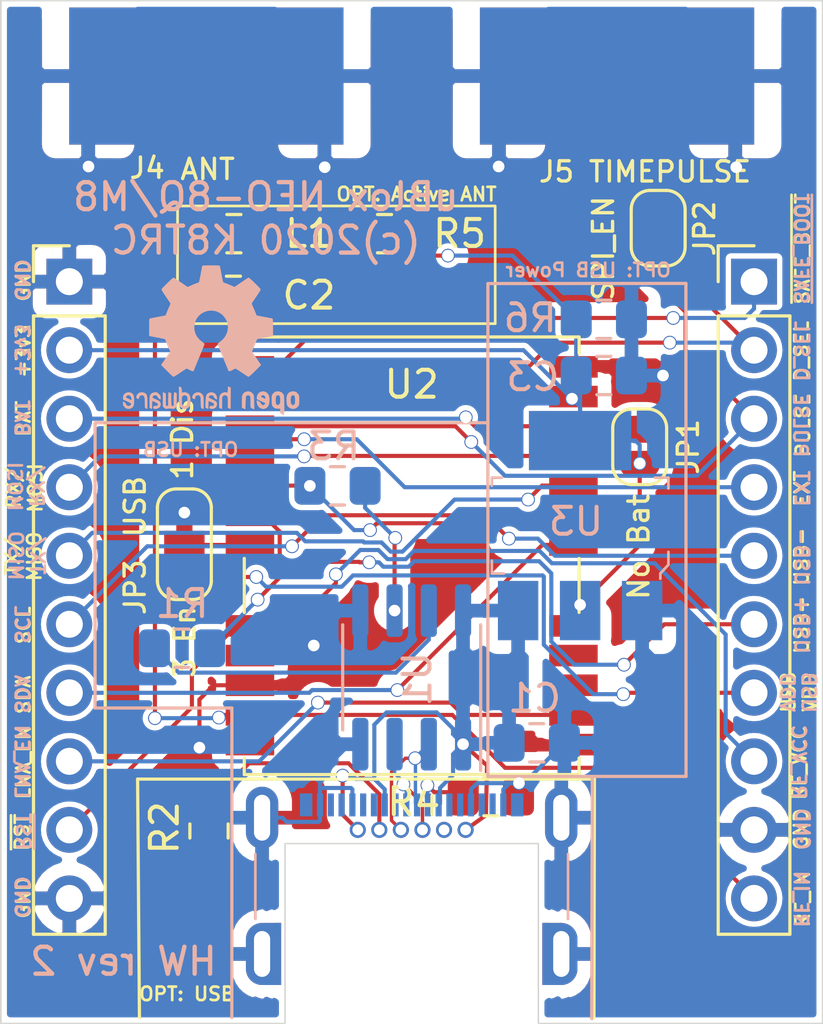
<source format=kicad_pcb>
(kicad_pcb (version 20171130) (host pcbnew "(5.1.4-0-10_14)")
  (title_block (title "uBlox NEO-8Q and NEO-M8 module adapter") (date 2020-02-24) (rev 2) (company K8TRC))
  (layers (0 F.Cu signal hide) (31 B.Cu signal hide) (34 B.Paste user hide) (35 F.Paste user hide) (36 B.SilkS user) (37 F.SilkS user) (38 B.Mask user hide) (39 F.Mask user hide) (44 Edge.Cuts user))
  (net 0 "")
  (net 1 GND)
  (net 2 VBUS)
  (net 3 "Net-(C2-Pad1)")
  (net 4 +3V3)
  (net 5 "Net-(J1-Pad9)")
  (net 6 "Net-(J1-Pad8)")
  (net 7 "Net-(J1-Pad7)")
  (net 8 "Net-(J1-Pad6)")
  (net 9 "Net-(J1-Pad5)")
  (net 10 "Net-(J1-Pad4)")
  (net 11 "Net-(J1-Pad3)")
  (net 12 "Net-(J2-PadB2)")
  (net 13 "Net-(J2-PadB3)")
  (net 14 "Net-(J2-PadA11)")
  (net 15 "Net-(J2-PadA10)")
  (net 16 "Net-(J2-PadA8)")
  (net 17 /USB_N)
  (net 18 /USB_P)
  (net 19 "Net-(J2-PadA5)")
  (net 20 "Net-(J2-PadA3)")
  (net 21 "Net-(J2-PadA2)")
  (net 22 "Net-(J2-PadB10)")
  (net 23 "Net-(J2-PadB11)")
  (net 24 "Net-(J2-PadB5)")
  (net 25 "Net-(J2-PadB8)")
  (net 26 "Net-(J3-Pad10)")
  (net 27 "Net-(J3-Pad8)")
  (net 28 "Net-(J3-Pad7)")
  (net 29 "Net-(J3-Pad6)")
  (net 30 "Net-(J3-Pad5)")
  (net 31 "Net-(J3-Pad4)")
  (net 32 "Net-(J3-Pad3)")
  (net 33 "Net-(J3-Pad2)")
  (net 34 "Net-(J3-Pad1)")
  (net 35 "Net-(JP3-Pad2)")
  (net 36 "Net-(R1-Pad2)")
  (net 37 "Net-(R3-Pad2)")
  (net 38 "Net-(U2-Pad17)")
  (net 39 "Net-(U2-Pad16)")
  (net 40 "Net-(U2-Pad15)")
  (module Symbol:OSHW-Logo2_7.3x6mm_SilkScreen (layer B.Cu) (at 152.5778 96.139 180)
    (fp_text reference REF** hide)
    (fp_text value OSHW-Logo2_7.3x6mm_SilkScreen hide)
  )
  (module Jumper:SolderJumper-3_P1.3mm_Bridged12_RoundedPad1.0x1.5mm_NumberLabels (layer F.Cu) (at 151.5872 103.7128 270)
    (fp_text reference JP3 (at 1.59306 1.8288 90) (layer F.SilkS) (effects (font (size 0.75 0.75) (thickness 0.125))))
    (fp_text value USB (at -1.39652 1.8288 90) (layer F.SilkS) (effects (font (size 0.75 0.75) (thickness 0.125))))
    (fp_poly (pts (xy -0.9 -0.3) (xy -0.4 -0.3) (xy -0.4 0.3) (xy -0.9 0.3)) (layer F.Cu) (width 0))
    (fp_text user "1 Dis" (at -3.89842 0.07112 90) (layer F.SilkS) (effects (font (size 0.75 0.75) (thickness 0.125))))
    (fp_text user "3 En" (at 3.61998 -0.01524 90) (layer F.SilkS) (effects (font (size 0.75 0.75) (thickness 0.125))))
    (pad 1 smd custom (at -1.3 0 270) (size 1 0.5) (layers F.Cu F.Mask) (net 1 GND) (options (clearance outline) (anchor rect)) (primitives (gr_poly (pts (xy 0.55 -0.75) (xy 0 -0.75) (xy 0 0.75) (xy 0.55 0.75)) (width 0)) (gr_circle (center 0 0.25) (end 0.5 0.25) (width 0)) (gr_circle (center 0 -0.25) (end 0.5 -0.25) (width 0))))
    (pad 2 smd rect (at 0 0 270) (size 1 1.5) (layers F.Cu F.Mask) (net 35 "Net-(JP3-Pad2)"))
    (pad 3 smd custom (at 1.3 0 270) (size 1 0.5) (layers F.Cu F.Mask) (net 28 "Net-(J3-Pad7)") (options (clearance outline) (anchor rect)) (primitives (gr_circle (center 0 0.25) (end 0.5 0.25) (width 0)) (gr_circle (center 0 -0.25) (end 0.5 -0.25) (width 0)) (gr_poly (pts (xy -0.55 -0.75) (xy 0 -0.75) (xy 0 0.75) (xy -0.55 0.75)) (width 0))))
  )
  (module digikey-footprints:SOT-223 (layer B.Cu) (at 166.2684 103.0224 180)
    (fp_text reference U3 (at 0.1524 0.1524) (layer B.SilkS) (effects (justify mirror)))
    (fp_text value LD1117S33CTR)
    (pad 4 smd rect (at 0 3.15 180) (size 3.8 2.2) (layers B.Cu B.Paste B.Mask) (net 4 +3V3))
    (pad 1 smd rect (at -2.3 -3.15 180) (size 1.5 2.2) (layers B.Cu B.Paste B.Mask) (net 1 GND))
    (pad 2 smd rect (at 0 -3.15 180) (size 1.5 2.2) (layers B.Cu B.Paste B.Mask) (net 4 +3V3))
    (pad 3 smd rect (at 2.3 -3.15 180) (size 1.5 2.2) (layers B.Cu B.Paste B.Mask) (net 2 VBUS))
  )
  (module RF_GPS:ublox_NEO (layer F.Cu) (at 160.02 104.14)
    (fp_text reference U2 (at 0 -6.35) (layer F.SilkS))
    (fp_text value NEO-8Q)
    (pad 24 smd rect (at 6 -7) (size 1.8 0.8) (layers F.Cu F.Paste F.Mask) (net 1 GND))
    (pad 23 connect rect (at 6 -5.9) (size 1.8 0.8) (layers F.Cu F.Mask) (net 4 +3V3))
    (pad 22 smd rect (at 6 -4.8) (size 1.8 0.8) (layers F.Cu F.Paste F.Mask) (net 11 "Net-(J1-Pad3)"))
    (pad 21 smd rect (at 6 -3.7) (size 1.8 0.8) (layers F.Cu F.Paste F.Mask) (net 10 "Net-(J1-Pad4)"))
    (pad 20 smd rect (at 6 -2.6) (size 1.8 0.8) (layers F.Cu F.Paste F.Mask) (net 9 "Net-(J1-Pad5)"))
    (pad 19 smd rect (at 6 -1.5) (size 1.8 0.8) (layers F.Cu F.Paste F.Mask) (net 8 "Net-(J1-Pad6)"))
    (pad 18 smd rect (at 6 -0.4) (size 1.8 0.8) (layers F.Cu F.Paste F.Mask) (net 7 "Net-(J1-Pad7)"))
    (pad 17 smd rect (at 6 2.6) (size 1.8 0.8) (layers F.Cu F.Paste F.Mask) (net 38 "Net-(U2-Pad17)"))
    (pad 16 smd rect (at 6 3.7) (size 1.8 0.8) (layers F.Cu F.Paste F.Mask) (net 39 "Net-(U2-Pad16)"))
    (pad 15 smd rect (at 6 4.8) (size 1.8 0.8) (layers F.Cu F.Paste F.Mask) (net 40 "Net-(U2-Pad15)"))
    (pad 14 smd rect (at 6 5.9) (size 1.8 0.8) (layers F.Cu F.Paste F.Mask) (net 6 "Net-(J1-Pad8)"))
    (pad 13 smd rect (at 6 7) (size 1.8 0.8) (layers F.Cu F.Paste F.Mask) (net 1 GND))
    (pad 12 smd rect (at -6 7) (size 1.8 0.8) (layers F.Cu F.Paste F.Mask) (net 1 GND))
    (pad 11 smd rect (at -6 5.9) (size 1.8 0.8) (layers F.Cu F.Paste F.Mask) (net 26 "Net-(J3-Pad10)"))
    (pad 10 smd rect (at -6 4.8) (size 1.8 0.8) (layers F.Cu F.Paste F.Mask) (net 1 GND))
    (pad 9 smd rect (at -6 3.7) (size 1.8 0.8) (layers F.Cu F.Paste F.Mask) (net 27 "Net-(J3-Pad8)"))
    (pad 8 smd rect (at -6 2.6) (size 1.8 0.8) (layers F.Cu F.Paste F.Mask) (net 5 "Net-(J1-Pad9)"))
    (pad 7 smd rect (at -6 -0.4) (size 1.8 0.8) (layers F.Cu F.Paste F.Mask) (net 35 "Net-(JP3-Pad2)"))
    (pad 6 smd rect (at -6 -1.5) (size 1.8 0.8) (layers F.Cu F.Paste F.Mask) (net 29 "Net-(J3-Pad6)"))
    (pad 5 smd rect (at -6 -2.6) (size 1.8 0.8) (layers F.Cu F.Paste F.Mask) (net 30 "Net-(J3-Pad5)"))
    (pad 4 smd rect (at -6 -3.7) (size 1.8 0.8) (layers F.Cu F.Paste F.Mask) (net 31 "Net-(J3-Pad4)"))
    (pad 3 smd rect (at -6 -4.8) (size 1.8 0.8) (layers F.Cu F.Paste F.Mask) (net 32 "Net-(J3-Pad3)"))
    (pad 2 smd rect (at -6 -5.9) (size 1.8 0.8) (layers F.Cu F.Paste F.Mask) (net 33 "Net-(J3-Pad2)"))
    (pad 1 smd rect (at -6 -7) (size 1.8 0.8) (layers F.Cu F.Paste F.Mask) (net 34 "Net-(J3-Pad1)"))
  )
  (module Package_SO:SOIC-8_3.9x4.9mm_P1.27mm (layer B.Cu) (at 160.02 108.65 90)
    (fp_text reference U1 (at -0.062 0.2032 90) (layer B.SilkS) (effects (justify mirror)))
    (fp_text value USB6B1)
    (pad 8 smd roundrect (at 2.475 1.905 90) (size 1.95 0.6) (layers B.Cu B.Paste B.Mask) (net 2 VBUS))
    (pad 7 smd roundrect (at 2.475 0.635 90) (size 1.95 0.6) (layers B.Cu B.Paste B.Mask) (net 36 "Net-(R1-Pad2)"))
    (pad 6 smd roundrect (at 2.475 -0.635 90) (size 1.95 0.6) (layers B.Cu B.Paste B.Mask) (net 37 "Net-(R3-Pad2)"))
    (pad 5 smd roundrect (at 2.475 -1.905 90) (size 1.95 0.6) (layers B.Cu B.Paste B.Mask) (net 1 GND))
    (pad 4 smd roundrect (at -2.475 -1.905 90) (size 1.95 0.6) (layers B.Cu B.Paste B.Mask) (net 1 GND))
    (pad 3 smd roundrect (at -2.475 -0.635 90) (size 1.95 0.6) (layers B.Cu B.Paste B.Mask) (net 17 /USB_N))
    (pad 2 smd roundrect (at -2.475 0.635 90) (size 1.95 0.6) (layers B.Cu B.Paste B.Mask) (net 18 /USB_P))
    (pad 1 smd roundrect (at -2.475 1.905 90) (size 1.95 0.6) (layers B.Cu B.Paste B.Mask) (net 2 VBUS))
  )
  (module Resistor_SMD:R_0805_2012Metric_Pad1.15x1.40mm_HandSolder (layer B.Cu) (at 167.1484 95.377 180)
    (fp_text reference R6 (at 2.7342 0.0508) (layer B.SilkS) (effects (justify mirror)))
    (fp_text value 100k)
    (pad 2 smd roundrect (at 1.025 0 180) (size 1.15 1.4) (layers B.Cu B.Paste B.Mask) (roundrect_rratio 0.217391) (net 4 +3V3))
    (pad 1 smd roundrect (at -1.025 0 180) (size 1.15 1.4) (layers B.Cu B.Paste B.Mask) (roundrect_rratio 0.217391) (net 1 GND))
  )
  (module Resistor_SMD:R_0805_2012Metric_Pad1.15x1.40mm_HandSolder (layer F.Cu) (at 159.013 92.202)
    (fp_text reference R5 (at 2.785 0) (layer F.SilkS))
    (fp_text value 10)
    (pad 2 smd roundrect (at 1.025 0) (size 1.15 1.4) (layers F.Cu F.Paste F.Mask) (roundrect_rratio 0.217391) (net 4 +3V3))
    (pad 1 smd roundrect (at -1.025 0) (size 1.15 1.4) (layers F.Cu F.Paste F.Mask) (roundrect_rratio 0.217391) (net 3 "Net-(C2-Pad1)"))
  )
  (module Resistor_SMD:R_0805_2012Metric_Pad1.15x1.40mm_HandSolder (layer F.Cu) (at 162.9574 113.0681 180)
    (fp_text reference R4 (at 2.8612 -0.1905) (layer F.SilkS))
    (fp_text value 5.1k)
    (pad 2 smd roundrect (at 1.025 0 180) (size 1.15 1.4) (layers F.Cu F.Paste F.Mask) (roundrect_rratio 0.217391) (net 19 "Net-(J2-PadA5)"))
    (pad 1 smd roundrect (at -1.025 0 180) (size 1.15 1.4) (layers F.Cu F.Paste F.Mask) (roundrect_rratio 0.217391) (net 1 GND))
  )
  (module Resistor_SMD:R_0805_2012Metric_Pad1.15x1.40mm_HandSolder (layer B.Cu) (at 157.2678 101.5492)
    (fp_text reference R3 (at -0.1434 -1.4732) (layer B.SilkS) (effects (justify mirror)))
    (fp_text value 27)
    (pad 2 smd roundrect (at 1.025 0) (size 1.15 1.4) (layers B.Cu B.Paste B.Mask) (roundrect_rratio 0.217391) (net 37 "Net-(R3-Pad2)"))
    (pad 1 smd roundrect (at -1.025 0) (size 1.15 1.4) (layers B.Cu B.Paste B.Mask) (roundrect_rratio 0.217391) (net 30 "Net-(J3-Pad5)"))
  )
  (module Resistor_SMD:R_0805_2012Metric_Pad1.15x1.40mm_HandSolder (layer F.Cu) (at 152.5016 114.3418 270)
    (fp_text reference R2 (at -0.118 1.651 270) (layer F.SilkS))
    (fp_text value 5.1k)
    (pad 2 smd roundrect (at 1.025 0 270) (size 1.15 1.4) (layers F.Cu F.Paste F.Mask) (roundrect_rratio 0.217391) (net 1 GND))
    (pad 1 smd roundrect (at -1.025 0 270) (size 1.15 1.4) (layers F.Cu F.Paste F.Mask) (roundrect_rratio 0.217391) (net 24 "Net-(J2-PadB5)"))
  )
  (module Resistor_SMD:R_0805_2012Metric_Pad1.15x1.40mm_HandSolder (layer B.Cu) (at 151.502 107.569 180)
    (fp_text reference R1 (at 0 1.65) (layer B.SilkS) (effects (justify mirror)))
    (fp_text value 27)
    (pad 2 smd roundrect (at 1.025 0 180) (size 1.15 1.4) (layers B.Cu B.Paste B.Mask) (roundrect_rratio 0.217391) (net 36 "Net-(R1-Pad2)"))
    (pad 1 smd roundrect (at -1.025 0 180) (size 1.15 1.4) (layers B.Cu B.Paste B.Mask) (roundrect_rratio 0.217391) (net 29 "Net-(J3-Pad6)"))
  )
  (module Inductor_SMD:L_0805_2012Metric_Pad1.15x1.40mm_HandSolder (layer F.Cu) (at 153.425 92.202 180)
    (fp_text reference L1 (at -2.785 0) (layer F.SilkS))
    (fp_text value 27n)
    (pad 2 smd roundrect (at 1.025 0 180) (size 1.15 1.4) (layers F.Cu F.Paste F.Mask) (roundrect_rratio 0.217391) (net 26 "Net-(J3-Pad10)"))
    (pad 1 smd roundrect (at -1.025 0 180) (size 1.15 1.4) (layers F.Cu F.Paste F.Mask) (roundrect_rratio 0.217391) (net 3 "Net-(C2-Pad1)"))
  )
  (module Jumper:SolderJumper-2_P1.3mm_Open_RoundedPad1.0x1.5mm (layer F.Cu) (at 169.164 91.9988 90)
    (fp_text reference JP2 (at -0.0127 1.71958 90) (layer F.SilkS) (effects (font (size 0.75 0.75) (thickness 0.125))))
    (fp_text value SPI_EN (at -0.74676 -2.032 90) (layer F.SilkS) (effects (font (size 0.75 0.75) (thickness 0.125))))
    (pad 2 smd custom (at 0.65 0 90) (size 1 0.5) (layers F.Cu F.Mask) (net 1 GND) (options (clearance outline) (anchor rect)) (primitives (gr_circle (center 0 0.25) (end 0.5 0.25) (width 0)) (gr_circle (center 0 -0.25) (end 0.5 -0.25) (width 0)) (gr_poly (pts (xy 0 -0.75) (xy -0.5 -0.75) (xy -0.5 0.75) (xy 0 0.75)) (width 0))))
    (pad 1 smd custom (at -0.65 0 90) (size 1 0.5) (layers F.Cu F.Mask) (net 33 "Net-(J3-Pad2)") (options (clearance outline) (anchor rect)) (primitives (gr_circle (center 0 0.25) (end 0.5 0.25) (width 0)) (gr_circle (center 0 -0.25) (end 0.5 -0.25) (width 0)) (gr_poly (pts (xy 0 -0.75) (xy 0.5 -0.75) (xy 0.5 0.75) (xy 0 0.75)) (width 0))))
  )
  (module Jumper:SolderJumper-2_P1.3mm_Open_RoundedPad1.0x1.5mm (layer F.Cu) (at 168.4782 100.1014 270)
    (fp_text reference JP1 (at 0 -1.8 90) (layer F.SilkS) (effects (font (size 0.75 0.75) (thickness 0.125))))
    (fp_text value "No Bat" (at 3.71094 0.03302 90) (layer F.SilkS) (effects (font (size 0.75 0.75) (thickness 0.125))))
    (pad 2 smd custom (at 0.65 0 270) (size 1 0.5) (layers F.Cu F.Mask) (net 4 +3V3) (options (clearance outline) (anchor rect)) (primitives (gr_circle (center 0 0.25) (end 0.5 0.25) (width 0)) (gr_circle (center 0 -0.25) (end 0.5 -0.25) (width 0)) (gr_poly (pts (xy 0 -0.75) (xy -0.5 -0.75) (xy -0.5 0.75) (xy 0 0.75)) (width 0))))
    (pad 1 smd custom (at -0.65 0 270) (size 1 0.5) (layers F.Cu F.Mask) (net 11 "Net-(J1-Pad3)") (options (clearance outline) (anchor rect)) (primitives (gr_circle (center 0 0.25) (end 0.5 0.25) (width 0)) (gr_circle (center 0 -0.25) (end 0.5 -0.25) (width 0)) (gr_poly (pts (xy 0 -0.75) (xy 0.5 -0.75) (xy 0.5 0.75) (xy 0 0.75)) (width 0))))
  )
  (module digikey-footprints:RF_SMA_BoardEdge_142-0701-801 (layer F.Cu) (at 167.64 83.82)
    (fp_text reference J5 (at -2.24536 6.08838 180) (layer F.SilkS) (effects (font (size 0.75 0.75) (thickness 0.125))))
    (fp_text value TIMEPULSE (at 1.96342 6.08838 180) (layer F.SilkS) (effects (font (size 0.75 0.75) (thickness 0.125))))
    (pad 2 smd rect (at -4.3815 2.54) (size 3.413 5.08) (drill (offset 1 0)) (layers B.Cu B.Paste B.Mask) (net 1 GND))
    (pad 2 smd rect (at 4.3815 2.54) (size 3.413 5.08) (drill (offset -1 0)) (layers B.Cu B.Paste B.Mask) (net 1 GND))
    (pad 2 smd rect (at 4.3815 2.54) (size 3.413 5.08) (drill (offset -1 0)) (layers F.Cu F.Paste F.Mask) (net 1 GND))
    (pad 1 smd rect (at 0 2.54) (size 2.286 5.08) (layers F.Cu F.Paste F.Mask) (net 32 "Net-(J3-Pad3)"))
    (pad 2 smd rect (at -4.3815 2.54) (size 3.413 5.08) (drill (offset 1 0)) (layers F.Cu F.Paste F.Mask) (net 1 GND))
  )
  (module digikey-footprints:RF_SMA_BoardEdge_142-0701-801 (layer F.Cu) (at 152.4 83.82)
    (fp_text reference J4 (at -2.19202 5.95122 180) (layer F.SilkS) (effects (font (size 0.75 0.75) (thickness 0.125))))
    (fp_text value ANT (at 0.0508 5.99694 180) (layer F.SilkS) (effects (font (size 0.75 0.75) (thickness 0.125))))
    (pad 2 smd rect (at -4.3815 2.54) (size 3.413 5.08) (drill (offset 1 0)) (layers B.Cu B.Paste B.Mask) (net 1 GND))
    (pad 2 smd rect (at 4.3815 2.54) (size 3.413 5.08) (drill (offset -1 0)) (layers B.Cu B.Paste B.Mask) (net 1 GND))
    (pad 2 smd rect (at 4.3815 2.54) (size 3.413 5.08) (drill (offset -1 0)) (layers F.Cu F.Paste F.Mask) (net 1 GND))
    (pad 1 smd rect (at 0 2.54) (size 2.286 5.08) (layers F.Cu F.Paste F.Mask) (net 26 "Net-(J3-Pad10)"))
    (pad 2 smd rect (at -4.3815 2.54) (size 3.413 5.08) (drill (offset 1 0)) (layers F.Cu F.Paste F.Mask) (net 1 GND))
  )
  (module Connector_PinHeader_2.54mm:PinHeader_1x10_P2.54mm_Vertical (layer F.Cu) (at 172.72 93.98)
    (fp_text reference J3)
    (fp_text value HEADER_1X10)
    (pad 10 thru_hole oval (at 0 22.86) (size 1.7 1.7) (drill 1) (layers *.Cu *.Mask) (net 26 "Net-(J3-Pad10)"))
    (pad 9 thru_hole oval (at 0 20.32) (size 1.7 1.7) (drill 1) (layers *.Cu *.Mask) (net 1 GND))
    (pad 8 thru_hole oval (at 0 17.78) (size 1.7 1.7) (drill 1) (layers *.Cu *.Mask) (net 27 "Net-(J3-Pad8)"))
    (pad 7 thru_hole oval (at 0 15.24) (size 1.7 1.7) (drill 1) (layers *.Cu *.Mask) (net 28 "Net-(J3-Pad7)"))
    (pad 6 thru_hole oval (at 0 12.7) (size 1.7 1.7) (drill 1) (layers *.Cu *.Mask) (net 29 "Net-(J3-Pad6)"))
    (pad 5 thru_hole oval (at 0 10.16) (size 1.7 1.7) (drill 1) (layers *.Cu *.Mask) (net 30 "Net-(J3-Pad5)"))
    (pad 4 thru_hole oval (at 0 7.62) (size 1.7 1.7) (drill 1) (layers *.Cu *.Mask) (net 31 "Net-(J3-Pad4)"))
    (pad 3 thru_hole oval (at 0 5.08) (size 1.7 1.7) (drill 1) (layers *.Cu *.Mask) (net 32 "Net-(J3-Pad3)"))
    (pad 2 thru_hole oval (at 0 2.54) (size 1.7 1.7) (drill 1) (layers *.Cu *.Mask) (net 33 "Net-(J3-Pad2)"))
    (pad 1 thru_hole rect (at 0 0) (size 1.7 1.7) (drill 1) (layers *.Cu *.Mask) (net 34 "Net-(J3-Pad1)"))
  )
  (module digikey-footprints:USB-C_Female_CX70M-24P1 (layer B.Cu) (at 160.02 114.3 180)
    (fp_text reference J2)
    (fp_text value CX70M-24P1)
    (pad SH smd rect (at 5.17 -3.58 180) (size 0.65 0.26) (layers F.Cu F.Paste F.Mask) (net 1 GND))
    (pad SH smd rect (at 5.17 -5.62 180) (size 0.65 0.26) (layers F.Cu F.Paste F.Mask) (net 1 GND))
    (pad SH smd rect (at 4.97 -4.6 180) (size 0.25 2.3) (layers F.Cu F.Paste F.Mask) (net 1 GND))
    (pad SH smd rect (at -5.22 -5.62 180) (size 0.65 0.26) (layers F.Cu F.Paste F.Mask) (net 1 GND))
    (pad SH smd rect (at -5.22 -3.58 180) (size 0.65 0.26) (layers F.Cu F.Paste F.Mask) (net 1 GND))
    (pad SH smd rect (at -4.97 -4.6 180) (size 0.25 2.3) (layers F.Cu F.Paste F.Mask) (net 1 GND))
    (pad SH smd rect (at -5.22 -3.58 180) (size 0.65 0.26) (layers B.Cu B.Paste B.Mask) (net 1 GND))
    (pad SH smd rect (at -4.97 -4.6 180) (size 0.25 2.3) (layers B.Cu B.Paste B.Mask) (net 1 GND))
    (pad SH thru_hole oval (at 5.55 -4.6 180) (size 1.2 2.3) (drill oval 0.6 1.7) (layers *.Cu *.Mask) (net 1 GND))
    (pad SH thru_hole oval (at -5.55 -4.6 180) (size 1.2 2.3) (drill oval 0.6 1.7) (layers *.Cu *.Mask) (net 1 GND))
    (pad SH thru_hole oval (at 5.55 0.45 180) (size 1.2 2.3) (drill oval 0.6 1.7) (layers *.Cu *.Mask) (net 1 GND))
    (pad SH thru_hole oval (at -5.55 0.45 180) (size 1.2 2.3) (drill oval 0.6 1.7) (layers *.Cu *.Mask) (net 1 GND))
    (pad "" smd rect (at 3.915 0.925 180) (size 0.46 0.85) (layers B.Cu B.Paste B.Mask))
    (pad B1 smd rect (at 3.4 0.925 180) (size 0.23 0.85) (layers B.Cu B.Paste B.Mask) (net 1 GND))
    (pad B2 smd rect (at 3 0.925 180) (size 0.23 0.85) (layers B.Cu B.Paste B.Mask) (net 12 "Net-(J2-PadB2)"))
    (pad B3 smd rect (at 2.6 0.925 180) (size 0.23 0.85) (layers B.Cu B.Paste B.Mask) (net 13 "Net-(J2-PadB3)"))
    (pad A12 smd rect (at 2.2 0.925 180) (size 0.23 0.85) (layers B.Cu B.Paste B.Mask) (net 1 GND))
    (pad A11 smd rect (at 1.8 0.925 180) (size 0.23 0.85) (layers B.Cu B.Paste B.Mask) (net 14 "Net-(J2-PadA11)"))
    (pad A10 smd rect (at 1.4 0.925 180) (size 0.23 0.85) (layers B.Cu B.Paste B.Mask) (net 15 "Net-(J2-PadA10)"))
    (pad A9 smd rect (at 1 0.925 180) (size 0.23 0.85) (layers B.Cu B.Paste B.Mask) (net 2 VBUS))
    (pad A8 smd rect (at 0.6 0.925 180) (size 0.23 0.85) (layers B.Cu B.Paste B.Mask) (net 16 "Net-(J2-PadA8)"))
    (pad A7 smd rect (at 0.2 0.925 180) (size 0.23 0.85) (layers B.Cu B.Paste B.Mask) (net 17 /USB_N))
    (pad A6 smd rect (at -0.2 0.925 180) (size 0.23 0.85) (layers B.Cu B.Paste B.Mask) (net 18 /USB_P))
    (pad A5 smd rect (at -0.6 0.925 180) (size 0.23 0.85) (layers B.Cu B.Paste B.Mask) (net 19 "Net-(J2-PadA5)"))
    (pad A4 smd rect (at -1 0.925 180) (size 0.23 0.85) (layers B.Cu B.Paste B.Mask) (net 2 VBUS))
    (pad A3 smd rect (at -1.4 0.925 180) (size 0.23 0.85) (layers B.Cu B.Paste B.Mask) (net 20 "Net-(J2-PadA3)"))
    (pad A2 smd rect (at -1.8 0.925 180) (size 0.23 0.85) (layers B.Cu B.Paste B.Mask) (net 21 "Net-(J2-PadA2)"))
    (pad A1 smd rect (at -2.2 0.925 180) (size 0.23 0.85) (layers B.Cu B.Paste B.Mask) (net 1 GND))
    (pad B10 smd rect (at -2.6 0.925 180) (size 0.23 0.85) (layers B.Cu B.Paste B.Mask) (net 22 "Net-(J2-PadB10)"))
    (pad B11 smd rect (at -3 0.925 180) (size 0.23 0.85) (layers B.Cu B.Paste B.Mask) (net 23 "Net-(J2-PadB11)"))
    (pad "" smd rect (at -3.915 0.925 180) (size 0.46 0.85) (layers B.Cu B.Paste B.Mask))
    (pad B4 thru_hole circle (at 2 0 180) (size 0.6 0.6) (drill 0.4) (layers *.Cu *.Mask) (net 2 VBUS))
    (pad B5 thru_hole circle (at 1.2 0 180) (size 0.6 0.6) (drill 0.4) (layers *.Cu *.Mask) (net 24 "Net-(J2-PadB5)"))
    (pad B6 thru_hole circle (at 0.4 0 180) (size 0.6 0.6) (drill 0.4) (layers *.Cu *.Mask) (net 18 /USB_P))
    (pad B7 thru_hole circle (at -0.4 0 180) (size 0.6 0.6) (drill 0.4) (layers *.Cu *.Mask) (net 17 /USB_N))
    (pad B8 thru_hole circle (at -1.2 0 180) (size 0.6 0.6) (drill 0.4) (layers *.Cu *.Mask) (net 25 "Net-(J2-PadB8)"))
    (pad B9 thru_hole circle (at -2 0 180) (size 0.6 0.6) (drill 0.4) (layers *.Cu *.Mask) (net 2 VBUS))
    (pad B12 smd rect (at -3.4 0.925 180) (size 0.23 0.85) (layers B.Cu B.Paste B.Mask) (net 1 GND))
    (pad SH smd rect (at -5.22 -5.62 180) (size 0.65 0.26) (layers B.Cu B.Paste B.Mask) (net 1 GND))
    (pad SH smd rect (at 4.97 -4.6 180) (size 0.25 2.3) (layers B.Cu B.Paste B.Mask) (net 1 GND))
    (pad SH smd rect (at 5.17 -3.58 180) (size 0.65 0.26) (layers B.Cu B.Paste B.Mask) (net 1 GND))
    (pad SH smd rect (at 5.17 -5.62 180) (size 0.65 0.26) (layers B.Cu B.Paste B.Mask) (net 1 GND))
  )
  (module Connector_PinHeader_2.54mm:PinHeader_1x10_P2.54mm_Vertical (layer F.Cu) (at 147.32 93.98)
    (fp_text reference J1)
    (fp_text value HEADER_1X10)
    (pad 10 thru_hole oval (at 0 22.86) (size 1.7 1.7) (drill 1) (layers *.Cu *.Mask) (net 1 GND))
    (pad 9 thru_hole oval (at 0 20.32) (size 1.7 1.7) (drill 1) (layers *.Cu *.Mask) (net 5 "Net-(J1-Pad9)"))
    (pad 8 thru_hole oval (at 0 17.78) (size 1.7 1.7) (drill 1) (layers *.Cu *.Mask) (net 6 "Net-(J1-Pad8)"))
    (pad 7 thru_hole oval (at 0 15.24) (size 1.7 1.7) (drill 1) (layers *.Cu *.Mask) (net 7 "Net-(J1-Pad7)"))
    (pad 6 thru_hole oval (at 0 12.7) (size 1.7 1.7) (drill 1) (layers *.Cu *.Mask) (net 8 "Net-(J1-Pad6)"))
    (pad 5 thru_hole oval (at 0 10.16) (size 1.7 1.7) (drill 1) (layers *.Cu *.Mask) (net 9 "Net-(J1-Pad5)"))
    (pad 4 thru_hole oval (at 0 7.62) (size 1.7 1.7) (drill 1) (layers *.Cu *.Mask) (net 10 "Net-(J1-Pad4)"))
    (pad 3 thru_hole oval (at 0 5.08) (size 1.7 1.7) (drill 1) (layers *.Cu *.Mask) (net 11 "Net-(J1-Pad3)"))
    (pad 2 thru_hole oval (at 0 2.54) (size 1.7 1.7) (drill 1) (layers *.Cu *.Mask) (net 4 +3V3))
    (pad 1 thru_hole rect (at 0 0) (size 1.7 1.7) (drill 1) (layers *.Cu *.Mask) (net 1 GND))
  )
  (module Capacitor_SMD:C_0805_2012Metric_Pad1.15x1.40mm_HandSolder (layer B.Cu) (at 167.1484 97.4598)
    (fp_text reference C3 (at -2.6326 0.0508) (layer B.SilkS) (effects (justify mirror)))
    (fp_text value 10u)
    (pad 2 smd roundrect (at 1.025 0) (size 1.15 1.4) (layers B.Cu B.Paste B.Mask) (roundrect_rratio 0.217391) (net 1 GND))
    (pad 1 smd roundrect (at -1.025 0) (size 1.15 1.4) (layers B.Cu B.Paste B.Mask) (roundrect_rratio 0.217391) (net 4 +3V3))
  )
  (module Capacitor_SMD:C_0805_2012Metric_Pad1.15x1.40mm_HandSolder (layer F.Cu) (at 153.407 94.488 180)
    (fp_text reference C2 (at -2.803 0) (layer F.SilkS))
    (fp_text value 10n)
    (pad 2 smd roundrect (at 1.025 0 180) (size 1.15 1.4) (layers F.Cu F.Paste F.Mask) (roundrect_rratio 0.217391) (net 1 GND))
    (pad 1 smd roundrect (at -1.025 0 180) (size 1.15 1.4) (layers F.Cu F.Paste F.Mask) (roundrect_rratio 0.217391) (net 3 "Net-(C2-Pad1)"))
  )
  (module Capacitor_SMD:C_0805_2012Metric_Pad1.15x1.40mm_HandSolder (layer B.Cu) (at 164.6592 111.0742)
    (fp_text reference C1 (at -0.0799 -1.651) (layer B.SilkS) (effects (justify mirror)))
    (fp_text value 100n)
    (pad 2 smd roundrect (at 1.025 0) (size 1.15 1.4) (layers B.Cu B.Paste B.Mask) (roundrect_rratio 0.217391) (net 1 GND))
    (pad 1 smd roundrect (at -1.025 0) (size 1.15 1.4) (layers B.Cu B.Paste B.Mask) (roundrect_rratio 0.217391) (net 2 VBUS))
  )
  (gr_line (start 166.79926 112.41786) (end 166.78148 121.27738) (layer F.SilkS) (width 0.12))
  (gr_line (start 149.85238 112.41786) (end 166.79926 112.41786) (layer F.SilkS) (width 0.12))
  (gr_line (start 149.92096 121.26214) (end 149.85238 112.41786) (layer F.SilkS) (width 0.12))
  (gr_text "OPT: USB" (at 151.68372 120.3833) (layer F.SilkS) (effects (font (size 0.5 0.5) (thickness 0.1))))
  (gr_text "OPT: USB" (at 151.82088 100.20808) (layer B.SilkS) (effects (font (size 0.5 0.5) (thickness 0.1)) (justify mirror)))
  (gr_line (start 166.72052 112.32388) (end 166.69766 121.30024) (layer B.SilkS) (width 0.12))
  (gr_line (start 153.34996 109.78388) (end 153.34742 121.25706) (layer B.SilkS) (width 0.12))
  (gr_line (start 148.27504 109.78388) (end 153.34996 109.78388) (layer B.SilkS) (width 0.12))
  (gr_line (start 148.27504 99.20986) (end 148.27504 109.78388) (layer B.SilkS) (width 0.12))
  (gr_line (start 162.8521 99.20986) (end 148.27504 99.20986) (layer B.SilkS) (width 0.12))
  (gr_text "OPT: USB Power" (at 166.56812 93.55074) (layer B.SilkS) (effects (font (size 0.5 0.5) (thickness 0.1)) (justify mirror)))
  (gr_line (start 170.19778 112.3188) (end 162.84702 112.3188) (layer B.SilkS) (width 0.12))
  (gr_line (start 170.1927 94.04604) (end 170.19778 112.3188) (layer B.SilkS) (width 0.12))
  (gr_line (start 162.84702 94.05112) (end 170.1927 94.04604) (layer B.SilkS) (width 0.12))
  (gr_line (start 162.84702 112.3188) (end 162.84702 94.05112) (layer B.SilkS) (width 0.12))
  (gr_text "OPT: Active ANT" (at 160.1978 90.73896) (layer F.SilkS) (effects (font (size 0.5 0.5) (thickness 0.1))))
  (gr_line (start 151.32812 95.53702) (end 151.33574 91.18854) (layer F.SilkS) (width 0.1))
  (gr_line (start 163.1188 95.53702) (end 151.32812 95.53702) (layer F.SilkS) (width 0.1))
  (gr_line (start 163.11626 91.17584) (end 163.1188 95.53702) (layer F.SilkS) (width 0.1))
  (gr_line (start 151.33066 91.17584) (end 163.1061 91.17584) (layer F.SilkS) (width 0.1))
  (gr_text D_SEL (at 174.49038 96.5581 270) (layer B.SilkS) (effects (font (size 0.5 0.5) (thickness 0.1)) (justify mirror)))
  (gr_text GND (at 174.50816 114.27206 270) (layer B.SilkS) (effects (font (size 0.5 0.5) (thickness 0.1)) (justify mirror)))
  (gr_text USB+ (at 174.48784 106.70286 270) (layer B.SilkS) (effects (font (size 0.5 0.5) (thickness 0.1)) (justify mirror)))
  (gr_text EXT (at 174.49038 101.6508 270) (layer B.SilkS) (effects (font (size 0.5 0.5) (thickness 0.1)) (justify mirror)))
  (gr_text ~SAFE_BOOT (at 174.45228 92.7608 270) (layer B.SilkS) (effects (font (size 0.5 0.5) (thickness 0.1)) (justify mirror)))
  (gr_text PULSE (at 174.43958 99.3013 270) (layer B.SilkS) (effects (font (size 0.5 0.5) (thickness 0.1)) (justify mirror)))
  (gr_text "USB\nVDD" (at 174.3456 109.20476 270) (layer B.SilkS) (effects (font (size 0.5 0.5) (thickness 0.1)) (justify mirror)))
  (gr_text RF_VCC (at 174.37608 111.78286 270) (layer B.SilkS) (effects (font (size 0.5 0.5) (thickness 0.1)) (justify mirror)))
  (gr_text USB- (at 174.49038 104.1781 270) (layer B.SilkS) (effects (font (size 0.5 0.5) (thickness 0.1)) (justify mirror)))
  (gr_text RF_IN (at 174.45228 116.8654 270) (layer B.SilkS) (effects (font (size 0.5 0.5) (thickness 0.1)) (justify mirror)))
  (gr_text GND (at 174.46752 114.27206 90) (layer F.SilkS) (effects (font (size 0.5 0.5) (thickness 0.1))))
  (gr_text RF_IN (at 174.5234 116.8654 90) (layer F.SilkS) (effects (font (size 0.5 0.5) (thickness 0.1))))
  (gr_text RF_VCC (at 174.3964 111.8108 90) (layer F.SilkS) (effects (font (size 0.5 0.5) (thickness 0.1))))
  (gr_text "USB\nVDD" (at 174.3964 109.1946 90) (layer F.SilkS) (effects (font (size 0.5 0.5) (thickness 0.1))))
  (gr_text USB+ (at 174.48784 106.70286 90) (layer F.SilkS) (effects (font (size 0.5 0.5) (thickness 0.1))))
  (gr_text USB- (at 174.4853 104.1781 90) (layer F.SilkS) (effects (font (size 0.5 0.5) (thickness 0.1))))
  (gr_text EXT (at 174.4853 101.6508 90) (layer F.SilkS) (effects (font (size 0.5 0.5) (thickness 0.1))))
  (gr_text PULSE (at 174.5361 99.3013 90) (layer F.SilkS) (effects (font (size 0.5 0.5) (thickness 0.1))))
  (gr_text ~SAFE_BOOT (at 174.5234 92.7608 90) (layer F.SilkS) (effects (font (size 0.5 0.5) (thickness 0.1))))
  (gr_text D_SEL (at 174.4853 96.5581 90) (layer F.SilkS) (effects (font (size 0.5 0.5) (thickness 0.1))))
  (gr_text GND (at 145.5547 93.9165 270) (layer B.SilkS) (effects (font (size 0.5 0.5) (thickness 0.1)) (justify mirror)))
  (gr_text +3v3 (at 145.5547 96.5327 270) (layer B.SilkS) (effects (font (size 0.5 0.5) (thickness 0.1)) (justify mirror)))
  (gr_text ~RST (at 145.6055 114.3635 270) (layer B.SilkS) (effects (font (size 0.5 0.5) (thickness 0.1)) (justify mirror)))
  (gr_text GND (at 145.5547 116.7892 270) (layer B.SilkS) (effects (font (size 0.5 0.5) (thickness 0.1)) (justify mirror)))
  (gr_text SCL (at 145.5547 106.6927 270) (layer B.SilkS) (effects (font (size 0.5 0.5) (thickness 0.1)) (justify mirror)))
  (gr_text SDA (at 145.5547 109.2708 270) (layer B.SilkS) (effects (font (size 0.5 0.5) (thickness 0.1)) (justify mirror)))
  (gr_text LNA_EN (at 145.5547 111.7727 270) (layer B.SilkS) (effects (font (size 0.5 0.5) (thickness 0.1)) (justify mirror)))
  (gr_text "TX/\nMISO" (at 145.72996 104.13746 270) (layer B.SilkS) (effects (font (size 0.5 0.5) (thickness 0.1)) (justify mirror)))
  (gr_text BAT (at 145.5547 99.0346 270) (layer B.SilkS) (effects (font (size 0.5 0.5) (thickness 0.1)) (justify mirror)))
  (gr_text "RX/\nMOSI" (at 145.69186 101.5746 270) (layer B.SilkS) (effects (font (size 0.5 0.5) (thickness 0.1)) (justify mirror)))
  (gr_text LNA_EN (at 145.6182 111.7981 90) (layer F.SilkS) (effects (font (size 0.5 0.5) (thickness 0.1))))
  (gr_text ~RST (at 145.5674 114.3889 90) (layer F.SilkS) (effects (font (size 0.5 0.5) (thickness 0.1))))
  (gr_text GND (at 145.6182 116.8146 90) (layer F.SilkS) (effects (font (size 0.5 0.5) (thickness 0.1))))
  (gr_text SDA (at 145.6182 109.2962 90) (layer F.SilkS) (effects (font (size 0.5 0.5) (thickness 0.1))))
  (gr_text SCL (at 145.6182 106.7181 90) (layer F.SilkS) (effects (font (size 0.5 0.5) (thickness 0.1))))
  (gr_text "TX/\nMISO" (at 145.6182 104.1654 90) (layer F.SilkS) (effects (font (size 0.5 0.5) (thickness 0.1))))
  (gr_text "RX/\nMOSI" (at 145.6563 101.6254 90) (layer F.SilkS) (effects (font (size 0.5 0.5) (thickness 0.1))))
  (gr_text BAT (at 145.6182 99.06 90) (layer F.SilkS) (effects (font (size 0.5 0.5) (thickness 0.1))))
  (gr_text +3v3 (at 145.6182 96.5581 90) (layer F.SilkS) (effects (font (size 0.5 0.5) (thickness 0.1))))
  (gr_text GND (at 145.6182 93.9419 90) (layer F.SilkS) (effects (font (size 0.5 0.5) (thickness 0.1))))
  (gr_text "HW rev 2" (at 149.3266 119.1768) (layer B.SilkS) (effects (font (size 1 1) (thickness 0.16)) (justify mirror)))
  (gr_text "uBlox NEO-8Q/M8\n(c)2020 K8TRC" (at 154.6098 91.6432) (layer B.SilkS) (effects (font (size 1 1) (thickness 0.16)) (justify mirror)))
  (gr_line (start 144.78 121.4755) (end 150.0505 121.4755) (layer Edge.Cuts) (width 0.05))
  (gr_line (start 144.78 83.566) (end 144.78 121.4755) (layer Edge.Cuts) (width 0.05))
  (gr_line (start 175.26 83.566) (end 144.78 83.566) (layer Edge.Cuts) (width 0.05))
  (gr_line (start 175.26 121.4755) (end 175.26 83.566) (layer Edge.Cuts) (width 0.05))
  (gr_line (start 170.1165 121.4755) (end 175.26 121.4755) (layer Edge.Cuts) (width 0.05))
  (gr_line (start 164.719 121.4755) (end 170.1165 121.4755) (layer Edge.Cuts) (width 0.05))
  (gr_line (start 164.719 114.808) (end 164.719 121.4755) (layer Edge.Cuts) (width 0.05))
  (gr_line (start 155.321 114.808) (end 164.719 114.808) (layer Edge.Cuts) (width 0.05))
  (gr_line (start 155.321 121.4755) (end 155.321 114.808) (layer Edge.Cuts) (width 0.05))
  (gr_line (start 150.0505 121.4755) (end 155.321 121.4755) (layer Edge.Cuts) (width 0.05))
  (via (at 151.5872 102.5398) (size 0.508) (drill 0.4318) (layers F.Cu B.Cu) (net 1))
  (segment (start 163.648602 112.568998) (end 164.0004 112.568998) (width 0.1524) (layer B.Cu) (net 1))
  (segment (start 163.42 112.7976) (end 163.648602 112.568998) (width 0.1524) (layer B.Cu) (net 1))
  (via (at 164.0004 112.568998) (size 0.508) (drill 0.4318) (layers F.Cu B.Cu) (net 1))
  (segment (start 163.42 113.375) (end 163.42 112.7976) (width 0.1524) (layer B.Cu) (net 1))
  (segment (start 162.448602 112.568998) (end 163.648602 112.568998) (width 0.1524) (layer B.Cu) (net 1))
  (segment (start 162.22 112.7976) (end 162.448602 112.568998) (width 0.1524) (layer B.Cu) (net 1))
  (segment (start 162.22 113.375) (end 162.22 112.7976) (width 0.1524) (layer B.Cu) (net 1))
  (segment (start 157.82 113.375) (end 157.82 112.7976) (width 0.1524) (layer B.Cu) (net 1))
  (segment (start 157.769199 112.746799) (end 156.670801 112.746799) (width 0.1524) (layer B.Cu) (net 1))
  (segment (start 156.62 113.375) (end 156.62 112.22) (width 0.1524) (layer B.Cu) (net 1))
  (segment (start 156.62 112.7976) (end 156.62 113.375) (width 0.1524) (layer B.Cu) (net 1))
  (segment (start 156.670801 112.746799) (end 156.62 112.7976) (width 0.1524) (layer B.Cu) (net 1))
  (segment (start 157.715 111.125) (end 158.115 111.125) (width 0.1524) (layer B.Cu) (net 1))
  (segment (start 157.82 112.7976) (end 157.769199 112.746799) (width 0.1524) (layer B.Cu) (net 1))
  (segment (start 156.62 112.22) (end 157.715 111.125) (width 0.1524) (layer B.Cu) (net 1))
  (segment (start 164.189402 112.568998) (end 164.0004 112.568998) (width 0.1524) (layer B.Cu) (net 1))
  (segment (start 165.6842 111.0742) (end 164.189402 112.568998) (width 0.1524) (layer B.Cu) (net 1))
  (segment (start 168.5684 107.4248) (end 169.0624 107.9188) (width 0.1524) (layer B.Cu) (net 1))
  (segment (start 168.5684 106.1724) (end 168.5684 107.4248) (width 0.1524) (layer B.Cu) (net 1))
  (segment (start 155.2224 113.85) (end 154.47 113.85) (width 0.1524) (layer B.Cu) (net 1))
  (segment (start 155.375601 114.003201) (end 155.2224 113.85) (width 0.1524) (layer B.Cu) (net 1))
  (segment (start 156.569199 114.003201) (end 155.375601 114.003201) (width 0.1524) (layer B.Cu) (net 1))
  (segment (start 156.62 113.9524) (end 156.569199 114.003201) (width 0.1524) (layer B.Cu) (net 1))
  (segment (start 156.62 113.375) (end 156.62 113.9524) (width 0.1524) (layer B.Cu) (net 1))
  (via (at 169.3418 97.4598) (size 0.508) (drill 0.4318) (layers F.Cu B.Cu) (net 1))
  (via (at 156.3878 107.4674) (size 0.508) (drill 0.4318) (layers F.Cu B.Cu) (net 1))
  (via (at 152.146 111.252) (size 0.508) (drill 0.4318) (layers F.Cu B.Cu) (net 1))
  (segment (start 152.674085 108.94) (end 154.02 108.94) (width 0.1524) (layer F.Cu) (net 1))
  (segment (start 152.146 109.468085) (end 152.674085 108.94) (width 0.1524) (layer F.Cu) (net 1))
  (segment (start 152.146 111.252) (end 152.146 109.468085) (width 0.1524) (layer F.Cu) (net 1))
  (via (at 156.7942 89.7382) (size 0.508) (drill 0.4318) (layers F.Cu B.Cu) (net 1))
  (via (at 148.0312 89.7128) (size 0.508) (drill 0.4318) (layers F.Cu B.Cu) (net 1))
  (via (at 163.2458 89.7128) (size 0.508) (drill 0.4318) (layers F.Cu B.Cu) (net 1))
  (via (at 172.0596 89.7382) (size 0.508) (drill 0.4318) (layers F.Cu B.Cu) (net 1))
  (via (at 161.925 111.125) (size 0.508) (drill 0.4318) (layers F.Cu B.Cu) (net 2))
  (segment (start 161.55429 112.26331) (end 161.55429 111.49571) (width 0.1524) (layer B.Cu) (net 2))
  (segment (start 161.55429 111.49571) (end 161.925 111.125) (width 0.1524) (layer B.Cu) (net 2))
  (segment (start 161.02 113.375) (end 161.071279 113.323721) (width 0.1524) (layer B.Cu) (net 2))
  (segment (start 161.071279 113.323721) (end 161.071279 112.746321) (width 0.1524) (layer B.Cu) (net 2))
  (segment (start 161.071279 112.746321) (end 161.55429 112.26331) (width 0.1524) (layer B.Cu) (net 2))
  (via (at 157.458041 112.289589) (size 0.508) (drill 0.4318) (layers F.Cu B.Cu) (net 2))
  (segment (start 157.458041 113.738041) (end 157.458041 112.289589) (width 0.1524) (layer F.Cu) (net 2))
  (segment (start 158.02 114.3) (end 157.458041 113.738041) (width 0.1524) (layer F.Cu) (net 2))
  (segment (start 158.634189 112.411789) (end 157.939451 112.411789) (width 0.1524) (layer B.Cu) (net 2))
  (segment (start 157.939451 112.411789) (end 157.817251 112.289589) (width 0.1524) (layer B.Cu) (net 2))
  (segment (start 157.817251 112.289589) (end 157.458041 112.289589) (width 0.1524) (layer B.Cu) (net 2))
  (segment (start 159.02 113.375) (end 159.02 112.7976) (width 0.1524) (layer B.Cu) (net 2))
  (segment (start 159.02 112.7976) (end 158.634189 112.411789) (width 0.1524) (layer B.Cu) (net 2))
  (segment (start 158.634189 110.401295) (end 158.634189 112.411789) (width 0.1524) (layer B.Cu) (net 2))
  (segment (start 160.951306 109.94679) (end 159.088694 109.94679) (width 0.1524) (layer B.Cu) (net 2))
  (segment (start 161.55429 110.549774) (end 160.951306 109.94679) (width 0.1524) (layer B.Cu) (net 2))
  (segment (start 161.55429 110.75429) (end 161.55429 110.549774) (width 0.1524) (layer B.Cu) (net 2))
  (segment (start 159.088694 109.94679) (end 158.634189 110.401295) (width 0.1524) (layer B.Cu) (net 2))
  (segment (start 161.925 111.125) (end 161.55429 110.75429) (width 0.1524) (layer B.Cu) (net 2))
  (segment (start 162.814 111.9124) (end 161.925 111.125) (width 0.1524) (layer F.Cu) (net 2))
  (segment (start 162.7759 113.7539) (end 162.814 111.9124) (width 0.1524) (layer F.Cu) (net 2))
  (segment (start 162.02 114.3) (end 162.7759 113.7539) (width 0.1524) (layer F.Cu) (net 2))
  (segment (start 154.432 92.22) (end 154.45 92.202) (width 0.1524) (layer F.Cu) (net 3))
  (segment (start 154.432 94.488) (end 154.432 92.22) (width 0.1524) (layer F.Cu) (net 3))
  (segment (start 157.988 92.202) (end 154.45 92.202) (width 0.1524) (layer F.Cu) (net 3))
  (segment (start 166.2684 97.6048) (end 166.1234 97.4598) (width 0.1524) (layer B.Cu) (net 4))
  (segment (start 166.2684 99.8724) (end 166.2684 97.6048) (width 0.1524) (layer B.Cu) (net 4))
  (via (at 161.3662 93.0148) (size 0.508) (drill 0.4318) (layers F.Cu B.Cu) (net 4))
  (segment (start 160.8508 93.0148) (end 161.3662 93.0148) (width 0.1524) (layer F.Cu) (net 4))
  (segment (start 160.038 92.202) (end 160.8508 93.0148) (width 0.1524) (layer F.Cu) (net 4))
  (segment (start 163.7612 93.0148) (end 166.1234 95.377) (width 0.1524) (layer B.Cu) (net 4))
  (segment (start 161.3662 93.0148) (end 163.7612 93.0148) (width 0.1524) (layer B.Cu) (net 4))
  (segment (start 166.1234 95.377) (end 166.1234 97.4598) (width 0.1524) (layer B.Cu) (net 4))
  (segment (start 166.2684 98.62) (end 166.2684 99.8724) (width 0.1524) (layer B.Cu) (net 4))
  (segment (start 164.1684 96.52) (end 165.9677 98.3193) (width 0.1524) (layer B.Cu) (net 4))
  (segment (start 147.32 96.52) (end 164.1684 96.52) (width 0.1524) (layer B.Cu) (net 4))
  (via (at 166.2684 105.958998) (size 0.508) (drill 0.4318) (layers F.Cu B.Cu) (net 4))
  (segment (start 168.2492 99.8724) (end 168.275 99.8982) (width 0.1524) (layer B.Cu) (net 4))
  (segment (start 166.2684 99.8724) (end 168.2492 99.8724) (width 0.1524) (layer B.Cu) (net 4))
  (via (at 168.4782 100.718391) (size 0.508) (drill 0.4318) (layers F.Cu B.Cu) (net 4))
  (segment (start 166.2684 99.8724) (end 168.3208 99.8724) (width 0.1524) (layer B.Cu) (net 4))
  (segment (start 168.4782 100.0298) (end 168.4782 100.718391) (width 0.1524) (layer B.Cu) (net 4))
  (segment (start 166.2684 105.958998) (end 168.4782 103.749198) (width 0.1524) (layer F.Cu) (net 4))
  (segment (start 168.4782 101.077601) (end 168.4782 100.718391) (width 0.1524) (layer F.Cu) (net 4))
  (segment (start 168.4782 103.749198) (end 168.4782 101.077601) (width 0.1524) (layer F.Cu) (net 4))
  (segment (start 168.3208 99.8724) (end 168.4782 100.0298) (width 0.1524) (layer B.Cu) (net 4))
  (segment (start 165.9677 98.3193) (end 166.2684 98.62) (width 0.1524) (layer B.Cu) (net 4))
  (via (at 165.9677 98.3193) (size 0.508) (drill 0.4318) (layers F.Cu B.Cu) (net 4))
  (segment (start 147.32 114.3) (end 151.866589 109.753411) (width 0.1524) (layer F.Cu) (net 5))
  (segment (start 151.866589 109.753411) (end 151.866589 108.393411) (width 0.1524) (layer F.Cu) (net 5))
  (segment (start 151.866589 108.393411) (end 153.52 106.74) (width 0.1524) (layer F.Cu) (net 5))
  (segment (start 153.52 106.74) (end 154.02 106.74) (width 0.1524) (layer F.Cu) (net 5))
  (via (at 156.5402 109.58279) (size 0.508) (drill 0.4318) (layers F.Cu B.Cu) (net 6))
  (segment (start 161.465818 109.58279) (end 156.5402 109.58279) (width 0.1524) (layer F.Cu) (net 6))
  (segment (start 147.32 111.76) (end 154.36299 111.76) (width 0.1524) (layer B.Cu) (net 6))
  (segment (start 154.36299 111.76) (end 156.5402 109.58279) (width 0.1524) (layer B.Cu) (net 6))
  (segment (start 161.923028 110.04) (end 161.465818 109.58279) (width 0.1524) (layer F.Cu) (net 6))
  (segment (start 166.02 110.04) (end 161.923028 110.04) (width 0.1524) (layer F.Cu) (net 6))
  (via (at 159.4866 109.1184) (size 0.508) (drill 0.4318) (layers F.Cu B.Cu) (net 7))
  (segment (start 164.865 103.74) (end 166.02 103.74) (width 0.1524) (layer F.Cu) (net 7))
  (segment (start 159.4866 109.1184) (end 164.865 103.74) (width 0.1524) (layer F.Cu) (net 7))
  (segment (start 156.32793 109.1184) (end 159.4866 109.1184) (width 0.1524) (layer B.Cu) (net 7))
  (segment (start 147.32 109.22) (end 156.22633 109.22) (width 0.1524) (layer B.Cu) (net 7))
  (segment (start 156.22633 109.22) (end 156.32793 109.1184) (width 0.1524) (layer B.Cu) (net 7))
  (segment (start 166.02 102.64) (end 156.730184 102.64) (width 0.1524) (layer F.Cu) (net 8))
  (segment (start 156.730184 102.64) (end 155.580411 103.789773) (width 0.1524) (layer F.Cu) (net 8))
  (via (at 155.580411 103.789773) (size 0.508) (drill 0.4318) (layers F.Cu B.Cu) (net 8))
  (segment (start 147.32 106.68) (end 150.210227 103.789773) (width 0.1524) (layer B.Cu) (net 8))
  (segment (start 150.210227 103.789773) (end 155.580411 103.789773) (width 0.1524) (layer B.Cu) (net 8))
  (via (at 164.338 102.05721) (size 0.508) (drill 0.4318) (layers F.Cu B.Cu) (net 9))
  (segment (start 166.02 101.54) (end 164.85521 101.54) (width 0.1524) (layer F.Cu) (net 9))
  (segment (start 164.85521 101.54) (end 164.338 102.05721) (width 0.1524) (layer F.Cu) (net 9))
  (segment (start 159.241743 103.987601) (end 159.680657 103.987601) (width 0.1524) (layer B.Cu) (net 9))
  (segment (start 158.254641 103.647093) (end 158.901235 103.647093) (width 0.1524) (layer B.Cu) (net 9))
  (segment (start 148.169999 103.290001) (end 155.757297 103.290001) (width 0.1524) (layer B.Cu) (net 9))
  (segment (start 156.073883 103.606587) (end 158.214135 103.606587) (width 0.1524) (layer B.Cu) (net 9))
  (segment (start 161.611048 102.05721) (end 164.338 102.05721) (width 0.1524) (layer B.Cu) (net 9))
  (segment (start 158.214135 103.606587) (end 158.254641 103.647093) (width 0.1524) (layer B.Cu) (net 9))
  (segment (start 155.757297 103.290001) (end 156.073883 103.606587) (width 0.1524) (layer B.Cu) (net 9))
  (segment (start 159.680657 103.987601) (end 161.611048 102.05721) (width 0.1524) (layer B.Cu) (net 9))
  (segment (start 158.901235 103.647093) (end 159.241743 103.987601) (width 0.1524) (layer B.Cu) (net 9))
  (segment (start 147.32 104.14) (end 148.169999 103.290001) (width 0.1524) (layer B.Cu) (net 9))
  (segment (start 156.04447 100.44) (end 156.027476 100.456994) (width 0.1524) (layer F.Cu) (net 10))
  (segment (start 148.463006 100.456994) (end 156.027476 100.456994) (width 0.1524) (layer B.Cu) (net 10))
  (segment (start 166.02 100.44) (end 156.04447 100.44) (width 0.1524) (layer F.Cu) (net 10))
  (via (at 156.027476 100.456994) (size 0.508) (drill 0.4318) (layers F.Cu B.Cu) (net 10))
  (segment (start 147.32 101.6) (end 148.463006 100.456994) (width 0.1524) (layer B.Cu) (net 10))
  (segment (start 161.9758 99.06) (end 162.0266 99.0092) (width 0.1524) (layer B.Cu) (net 11))
  (via (at 162.0266 99.0092) (size 0.508) (drill 0.4318) (layers F.Cu B.Cu) (net 11))
  (segment (start 147.32 99.06) (end 161.9758 99.06) (width 0.1524) (layer B.Cu) (net 11))
  (segment (start 162.3574 99.34) (end 166.02 99.34) (width 0.1524) (layer F.Cu) (net 11))
  (segment (start 162.0266 99.0092) (end 162.3574 99.34) (width 0.1524) (layer F.Cu) (net 11))
  (segment (start 166.1314 99.4514) (end 166.02 99.34) (width 0.1524) (layer F.Cu) (net 11))
  (segment (start 168.4782 99.4514) (end 166.1314 99.4514) (width 0.1524) (layer F.Cu) (net 11))
  (segment (start 159.385 112.2) (end 159.82 112.635) (width 0.127) (layer B.Cu) (net 17))
  (segment (start 159.82 112.635) (end 159.82 113.375) (width 0.127) (layer B.Cu) (net 17))
  (segment (start 159.385 111.125) (end 159.385 112.2) (width 0.127) (layer B.Cu) (net 17))
  (segment (start 160.42 113.319097) (end 159.715195 112.614292) (width 0.127) (layer F.Cu) (net 17))
  (segment (start 160.42 114.3) (end 160.42 113.319097) (width 0.127) (layer F.Cu) (net 17))
  (via (at 159.715195 112.614292) (size 0.508) (drill 0.4318) (layers F.Cu B.Cu) (net 17))
  (via (at 160.146321 111.646035) (size 0.508) (drill 0.4318) (layers F.Cu B.Cu) (net 18))
  (segment (start 159.62 114.3) (end 159.270693 113.950693) (width 0.127) (layer F.Cu) (net 18))
  (segment (start 159.787111 111.646035) (end 160.146321 111.646035) (width 0.127) (layer F.Cu) (net 18))
  (segment (start 159.270693 113.950693) (end 159.270693 112.162453) (width 0.127) (layer F.Cu) (net 18))
  (segment (start 160.159699 113.314699) (end 160.22 113.375) (width 0.127) (layer B.Cu) (net 18))
  (segment (start 159.270693 112.162453) (end 159.787111 111.646035) (width 0.127) (layer F.Cu) (net 18))
  (segment (start 160.159699 111.620301) (end 160.159699 113.314699) (width 0.127) (layer B.Cu) (net 18))
  (segment (start 160.655 111.125) (end 160.159699 111.620301) (width 0.127) (layer B.Cu) (net 18))
  (segment (start 160.6042 112.649) (end 160.6042 113.3592) (width 0.1524) (layer B.Cu) (net 19))
  (via (at 160.6042 112.649) (size 0.508) (drill 0.4318) (layers F.Cu B.Cu) (net 19))
  (segment (start 161.9504 112.903) (end 160.8582 112.903) (width 0.1524) (layer F.Cu) (net 19))
  (segment (start 160.6042 113.3592) (end 160.62 113.375) (width 0.1524) (layer B.Cu) (net 19))
  (segment (start 160.8582 112.903) (end 160.6042 112.649) (width 0.1524) (layer F.Cu) (net 19))
  (segment (start 153.986012 111.832388) (end 157.677498 111.832388) (width 0.1524) (layer F.Cu) (net 24))
  (segment (start 157.677498 111.832388) (end 158.82 112.97489) (width 0.1524) (layer F.Cu) (net 24))
  (segment (start 152.5016 113.3168) (end 153.986012 111.832388) (width 0.1524) (layer F.Cu) (net 24))
  (segment (start 158.82 112.97489) (end 158.82 114.3) (width 0.1524) (layer F.Cu) (net 24))
  (segment (start 161.527882 110.04) (end 154.02 110.04) (width 0.1524) (layer F.Cu) (net 26))
  (segment (start 163.487672 111.99979) (end 161.527882 110.04) (width 0.1524) (layer F.Cu) (net 26))
  (segment (start 167.87979 111.99979) (end 163.487672 111.99979) (width 0.1524) (layer F.Cu) (net 26))
  (segment (start 172.72 116.84) (end 167.87979 111.99979) (width 0.1524) (layer F.Cu) (net 26))
  (segment (start 152.4 87.757) (end 152.4 92.202) (width 0.1524) (layer F.Cu) (net 26))
  (segment (start 152.4 86.36) (end 152.4 87.757) (width 0.1524) (layer F.Cu) (net 26))
  (segment (start 150.495 94.107) (end 150.495 110.1598) (width 0.1524) (layer F.Cu) (net 26))
  (via (at 150.495 110.1598) (size 0.508) (drill 0.4318) (layers F.Cu B.Cu) (net 26))
  (segment (start 152.4 92.202) (end 150.495 94.107) (width 0.1524) (layer F.Cu) (net 26))
  (segment (start 150.495 110.1598) (end 152.843394 110.1598) (width 0.1524) (layer B.Cu) (net 26))
  (segment (start 152.963194 110.04) (end 152.866541 110.136653) (width 0.1524) (layer F.Cu) (net 26))
  (via (at 152.866541 110.136653) (size 0.508) (drill 0.4318) (layers F.Cu B.Cu) (net 26))
  (segment (start 154.02 110.04) (end 152.963194 110.04) (width 0.1524) (layer F.Cu) (net 26))
  (segment (start 152.843394 110.1598) (end 152.866541 110.136653) (width 0.1524) (layer B.Cu) (net 26))
  (segment (start 154.02 107.84) (end 154.52 107.84) (width 0.1524) (layer F.Cu) (net 27))
  (segment (start 157.208215 105.151785) (end 157.208215 104.829778) (width 0.1524) (layer F.Cu) (net 27))
  (segment (start 154.52 107.84) (end 157.208215 105.151785) (width 0.1524) (layer F.Cu) (net 27))
  (via (at 157.208215 104.829778) (size 0.508) (drill 0.4318) (layers F.Cu B.Cu) (net 27))
  (segment (start 171.666799 110.706799) (end 171.666799 107.055037) (width 0.1524) (layer B.Cu) (net 27))
  (segment (start 165.221464 104.41941) (end 164.764243 103.962189) (width 0.1524) (layer B.Cu) (net 27))
  (segment (start 171.666799 107.055037) (end 169.031173 104.419411) (width 0.1524) (layer B.Cu) (net 27))
  (segment (start 169.031173 104.419411) (end 165.221464 104.41941) (width 0.1524) (layer B.Cu) (net 27))
  (segment (start 158.111489 103.926504) (end 157.208215 104.829778) (width 0.1524) (layer B.Cu) (net 27))
  (segment (start 159.126008 104.267012) (end 158.7855 103.926504) (width 0.1524) (layer B.Cu) (net 27))
  (segment (start 160.101215 103.962189) (end 159.796392 104.267012) (width 0.1524) (layer B.Cu) (net 27))
  (segment (start 158.7855 103.926504) (end 158.111489 103.926504) (width 0.1524) (layer B.Cu) (net 27))
  (segment (start 159.796392 104.267012) (end 159.126008 104.267012) (width 0.1524) (layer B.Cu) (net 27))
  (segment (start 172.72 111.76) (end 171.666799 110.706799) (width 0.1524) (layer B.Cu) (net 27))
  (segment (start 164.764243 103.962189) (end 160.101215 103.962189) (width 0.1524) (layer B.Cu) (net 27))
  (via (at 167.8686 109.2708) (size 0.508) (drill 0.4318) (layers F.Cu B.Cu) (net 28))
  (segment (start 167.9194 109.22) (end 167.8686 109.2708) (width 0.1524) (layer F.Cu) (net 28))
  (segment (start 172.72 109.22) (end 167.9194 109.22) (width 0.1524) (layer F.Cu) (net 28))
  (via (at 154.2542 104.9274) (size 0.508) (drill 0.4318) (layers F.Cu B.Cu) (net 28))
  (segment (start 151.6726 104.9274) (end 151.5872 105.0128) (width 0.1524) (layer F.Cu) (net 28))
  (segment (start 154.2542 104.9274) (end 151.6726 104.9274) (width 0.1524) (layer F.Cu) (net 28))
  (segment (start 166.755892 109.2708) (end 164.921601 107.436509) (width 0.1524) (layer B.Cu) (net 28))
  (segment (start 164.880961 104.869199) (end 157.845454 104.869199) (width 0.1524) (layer B.Cu) (net 28))
  (segment (start 167.8686 109.2708) (end 166.755892 109.2708) (width 0.1524) (layer B.Cu) (net 28))
  (segment (start 164.921601 107.436509) (end 164.921601 104.909839) (width 0.1524) (layer B.Cu) (net 28))
  (segment (start 157.845454 104.869199) (end 157.427673 105.28698) (width 0.1524) (layer B.Cu) (net 28))
  (segment (start 164.921601 104.909839) (end 164.880961 104.869199) (width 0.1524) (layer B.Cu) (net 28))
  (segment (start 154.61378 105.28698) (end 154.2542 104.9274) (width 0.1524) (layer B.Cu) (net 28))
  (segment (start 157.427673 105.28698) (end 154.61378 105.28698) (width 0.1524) (layer B.Cu) (net 28))
  (segment (start 169.3926 106.68) (end 167.894 108.1786) (width 0.1524) (layer F.Cu) (net 29))
  (via (at 167.894 108.1786) (size 0.508) (drill 0.4318) (layers F.Cu B.Cu) (net 29))
  (segment (start 172.72 106.68) (end 169.3926 106.68) (width 0.1524) (layer F.Cu) (net 29))
  (via (at 158.4452 104.383714) (size 0.508) (drill 0.4318) (layers F.Cu B.Cu) (net 29))
  (segment (start 159.912127 104.546423) (end 158.967119 104.546423) (width 0.1524) (layer B.Cu) (net 29))
  (segment (start 155.123201 104.170801) (end 155.318586 104.366186) (width 0.1524) (layer F.Cu) (net 29))
  (segment (start 158.068462 104.366186) (end 158.08599 104.383714) (width 0.1524) (layer F.Cu) (net 29))
  (segment (start 158.967119 104.546423) (end 158.80441 104.383714) (width 0.1524) (layer B.Cu) (net 29))
  (segment (start 165.201014 107.320776) (end 165.201011 104.794103) (width 0.1524) (layer B.Cu) (net 29))
  (segment (start 158.80441 104.383714) (end 158.4452 104.383714) (width 0.1524) (layer B.Cu) (net 29))
  (segment (start 154.02 102.64) (end 154.52 102.64) (width 0.1524) (layer F.Cu) (net 29))
  (segment (start 167.894 108.1786) (end 166.058838 108.1786) (width 0.1524) (layer B.Cu) (net 29))
  (segment (start 154.52 102.64) (end 155.123201 103.243201) (width 0.1524) (layer F.Cu) (net 29))
  (segment (start 155.318586 104.366186) (end 158.068462 104.366186) (width 0.1524) (layer F.Cu) (net 29))
  (segment (start 155.123201 103.243201) (end 155.123201 104.170801) (width 0.1524) (layer F.Cu) (net 29))
  (segment (start 158.08599 104.383714) (end 158.4452 104.383714) (width 0.1524) (layer F.Cu) (net 29))
  (segment (start 165.201011 104.794103) (end 164.750108 104.3432) (width 0.1524) (layer B.Cu) (net 29))
  (segment (start 164.750108 104.3432) (end 160.11535 104.3432) (width 0.1524) (layer B.Cu) (net 29))
  (segment (start 160.11535 104.3432) (end 159.912127 104.546423) (width 0.1524) (layer B.Cu) (net 29))
  (segment (start 166.058838 108.1786) (end 165.201014 107.320776) (width 0.1524) (layer B.Cu) (net 29))
  (via (at 154.305 105.7656) (size 0.508) (drill 0.4318) (layers F.Cu B.Cu) (net 29))
  (segment (start 155.318586 104.752014) (end 154.305 105.7656) (width 0.1524) (layer F.Cu) (net 29))
  (segment (start 155.318586 104.366186) (end 155.318586 104.752014) (width 0.1524) (layer F.Cu) (net 29))
  (segment (start 152.527 107.5436) (end 152.527 107.569) (width 0.1524) (layer B.Cu) (net 29))
  (segment (start 154.305 105.7656) (end 152.527 107.5436) (width 0.1524) (layer B.Cu) (net 29))
  (segment (start 164.702179 103.504979) (end 163.6268 103.504979) (width 0.1524) (layer B.Cu) (net 30))
  (segment (start 165.3372 104.14) (end 164.702179 103.504979) (width 0.1524) (layer B.Cu) (net 30))
  (via (at 163.6268 103.504979) (size 0.508) (drill 0.4318) (layers F.Cu B.Cu) (net 30))
  (segment (start 172.72 104.14) (end 165.3372 104.14) (width 0.1524) (layer B.Cu) (net 30))
  (segment (start 163.057714 102.935893) (end 158.728097 102.935893) (width 0.1524) (layer F.Cu) (net 30))
  (segment (start 157.883492 103.189892) (end 158.474098 103.189892) (width 0.1524) (layer B.Cu) (net 30))
  (segment (start 156.2428 101.5492) (end 157.883492 103.189892) (width 0.1524) (layer B.Cu) (net 30))
  (segment (start 163.6268 103.504979) (end 163.057714 102.935893) (width 0.1524) (layer F.Cu) (net 30))
  (via (at 158.474098 103.189892) (size 0.508) (drill 0.4318) (layers F.Cu B.Cu) (net 30))
  (segment (start 158.728097 102.935893) (end 158.474098 103.189892) (width 0.1524) (layer F.Cu) (net 30))
  (via (at 156.2428 101.5492) (size 0.508) (drill 0.4318) (layers F.Cu B.Cu) (net 30))
  (segment (start 156.2336 101.54) (end 156.2428 101.5492) (width 0.1524) (layer F.Cu) (net 30))
  (segment (start 154.02 101.54) (end 156.2336 101.54) (width 0.1524) (layer F.Cu) (net 30))
  (segment (start 172.72 101.6) (end 159.759538 101.6) (width 0.1524) (layer B.Cu) (net 31))
  (via (at 156.0322 99.822) (size 0.508) (drill 0.4318) (layers F.Cu B.Cu) (net 31))
  (segment (start 157.981538 99.822) (end 156.0322 99.822) (width 0.1524) (layer B.Cu) (net 31))
  (segment (start 159.759538 101.6) (end 157.981538 99.822) (width 0.1524) (layer B.Cu) (net 31))
  (segment (start 154.52 100.44) (end 154.02 100.44) (width 0.1524) (layer F.Cu) (net 31))
  (segment (start 155.138 99.822) (end 154.52 100.44) (width 0.1524) (layer F.Cu) (net 31))
  (segment (start 156.0322 99.822) (end 155.138 99.822) (width 0.1524) (layer F.Cu) (net 31))
  (segment (start 167.64 86.36) (end 167.64 92.56674) (width 0.1524) (layer F.Cu) (net 32))
  (segment (start 170.180002 95.106742) (end 170.180002 96.520002) (width 0.1524) (layer F.Cu) (net 32))
  (segment (start 170.180002 96.520002) (end 172.72 99.06) (width 0.1524) (layer F.Cu) (net 32))
  (segment (start 167.64 92.56674) (end 170.180002 95.106742) (width 0.1524) (layer F.Cu) (net 32))
  (via (at 162.2298 99.9236) (size 0.508) (drill 0.4318) (layers F.Cu B.Cu) (net 32))
  (segment (start 161.6462 99.34) (end 162.2298 99.9236) (width 0.1524) (layer F.Cu) (net 32))
  (segment (start 154.02 99.34) (end 161.6462 99.34) (width 0.1524) (layer F.Cu) (net 32))
  (segment (start 170.604399 101.175601) (end 172.72 99.06) (width 0.1524) (layer B.Cu) (net 32))
  (segment (start 162.2298 99.9236) (end 163.481801 101.175601) (width 0.1524) (layer B.Cu) (net 32))
  (segment (start 163.481801 101.175601) (end 170.604399 101.175601) (width 0.1524) (layer B.Cu) (net 32))
  (segment (start 169.164 92.964) (end 169.164 92.6488) (width 0.1524) (layer F.Cu) (net 33))
  (segment (start 172.72 96.52) (end 169.164 92.964) (width 0.1524) (layer F.Cu) (net 33))
  (via (at 169.5958 96.2406) (size 0.508) (drill 0.4318) (layers F.Cu B.Cu) (net 33))
  (segment (start 165.253638 96.2406) (end 169.5958 96.2406) (width 0.1524) (layer F.Cu) (net 33))
  (segment (start 163.254238 98.24) (end 165.253638 96.2406) (width 0.1524) (layer F.Cu) (net 33))
  (segment (start 154.02 98.24) (end 163.254238 98.24) (width 0.1524) (layer F.Cu) (net 33))
  (segment (start 172.4406 96.2406) (end 172.72 96.52) (width 0.1524) (layer B.Cu) (net 33))
  (segment (start 169.5958 96.2406) (end 172.4406 96.2406) (width 0.1524) (layer B.Cu) (net 33))
  (via (at 169.7228 95.3262) (size 0.508) (drill 0.4318) (layers F.Cu B.Cu) (net 34))
  (segment (start 156.8862 95.3262) (end 169.7228 95.3262) (width 0.1524) (layer F.Cu) (net 34))
  (segment (start 154.02 97.14) (end 155.0724 97.14) (width 0.1524) (layer F.Cu) (net 34))
  (segment (start 155.0724 97.14) (end 156.8862 95.3262) (width 0.1524) (layer F.Cu) (net 34))
  (segment (start 172.3762 95.3262) (end 172.72 94.9824) (width 0.1524) (layer B.Cu) (net 34))
  (segment (start 172.72 94.9824) (end 172.72 93.98) (width 0.1524) (layer B.Cu) (net 34))
  (segment (start 169.7228 95.3262) (end 172.3762 95.3262) (width 0.1524) (layer B.Cu) (net 34))
  (segment (start 154.0032 103.7232) (end 154.02 103.74) (width 0.1524) (layer F.Cu) (net 35))
  (segment (start 151.6144 103.74) (end 151.5872 103.7128) (width 0.1524) (layer F.Cu) (net 35))
  (segment (start 154.02 103.74) (end 151.6144 103.74) (width 0.1524) (layer F.Cu) (net 35))
  (segment (start 151.38021 108.47221) (end 150.477 107.569) (width 0.1524) (layer B.Cu) (net 36))
  (segment (start 160.655 107.25) (end 159.43279 108.47221) (width 0.1524) (layer B.Cu) (net 36))
  (segment (start 159.43279 108.47221) (end 151.38021 108.47221) (width 0.1524) (layer B.Cu) (net 36))
  (segment (start 160.655 106.175) (end 160.655 107.25) (width 0.1524) (layer B.Cu) (net 36))
  (via (at 159.385 106.172) (size 0.508) (drill 0.4318) (layers F.Cu B.Cu) (net 37))
  (via (at 159.4104 103.4796) (size 0.508) (drill 0.4318) (layers F.Cu B.Cu) (net 37))
  (segment (start 159.385 103.505) (end 159.4104 103.4796) (width 0.1524) (layer F.Cu) (net 37))
  (segment (start 159.385 106.172) (end 159.385 103.505) (width 0.1524) (layer F.Cu) (net 37))
  (segment (start 158.2928 102.362) (end 158.2928 101.5492) (width 0.1524) (layer B.Cu) (net 37))
  (segment (start 159.4104 103.4796) (end 158.2928 102.362) (width 0.1524) (layer B.Cu) (net 37))
  (zone (net 1) (net_name GND) (layer F.Cu) (connect_pads (clearance 0.508)) (min_thickness 0.254) (fill yes (arc_segments 32) (thermal_gap 0.508) (thermal_bridge_width 0.508))
    (polygon (pts (xy 144.78 83.566) (xy 175.26 83.566) (xy 175.26 121.412) (xy 144.78 121.412)))
  )
  (zone (net 2) (net_name VBUS) (layer B.Cu) (priority 1) (connect_pads (clearance 0.508)) (min_thickness 0.254) (fill yes (arc_segments 32) (thermal_gap 0.508) (thermal_bridge_width 0.508))
    (polygon (pts (xy 164.3634 111.9124) (xy 164.3634 104.9528) (xy 161.3916 104.9528) (xy 161.3916 111.9124)))
  )
  (zone (net 1) (net_name GND) (layer B.Cu) (connect_pads (clearance 0.2)) (min_thickness 0.254) (fill yes (arc_segments 32) (thermal_gap 0.508) (thermal_bridge_width 0.508))
    (polygon (pts (xy 144.78 83.566) (xy 175.26 83.566) (xy 175.26 121.412) (xy 144.78 121.412)))
  )
)
</source>
